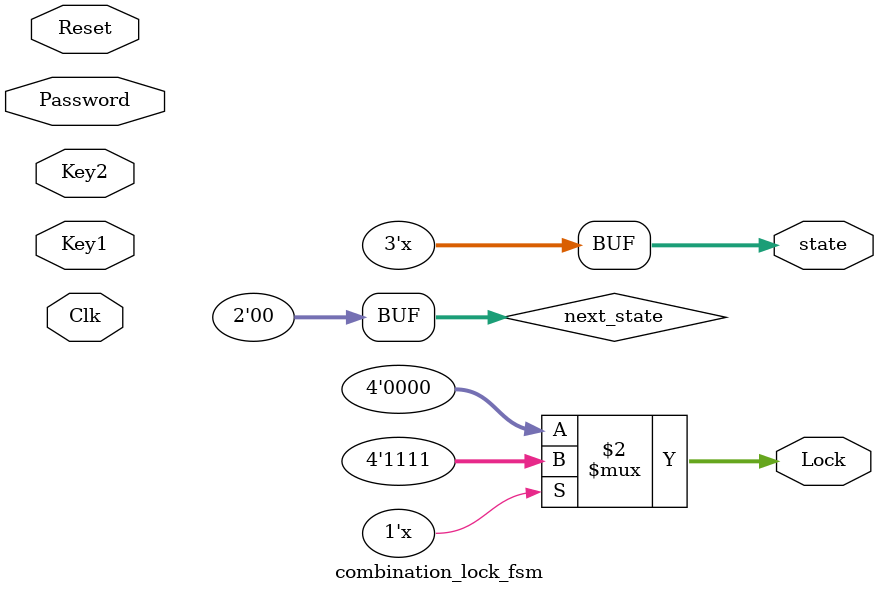
<source format=v>
`timescale 1ns / 1ps


module combination_lock_fsm (
    output reg [2:0] state, //inputs and outputs being set as paramaters for the lock
    output wire [3:0] Lock,
    input wire Key1,
    input wire Key2,
    input wire [3:0] Password,
    input wire Reset,
    input wire Clk
    );

    parameter S0=3'b000, S1=3'b001, S2=3'b010, S3=3'b011; //bits for the states

reg [1:0] next_state; //next state being set

assign Lock = (state == S3) ? 4'b1111 : 4'b0000; //lock is set to state 4 and will light up all leds


    
always @(*) //will always start at any change
    begin
    state <= state; //state gets assigned basedon on next state on the second always block
    case (state) //
    S0: begin
        if (Key1 == 1'b1 && Password == 4'b1101) //if key1 and the buttons were pressed in order 1101 then it will go to state 1 
            next_state <= S1;
        else //else it will go the first state since it failed the first combination
            next_state <= S0;
    end

    S1: begin
    if (Key2 == 1'b1 && Password == 4'b0111) // for state 1 if key 2 and the buttons were pressed in order 0111 then it will go to state 2
        next_state <= S2;
    else //else if it is incorrect it will go to state 0 or if nothing is pressed then it will stay at state 1
    if (Key2 == 1'b1 && Password != 4'b0111)
        next_state <= S0;
    else
        next_state <= S1;
    end

    S2: begin //state 2
    if (Key1 == 1'b1 && Password == 4'b1001) //for state 2 if key 1 and password buttons were pressed in 1001 order, will go to state 3
        next_state <= S3;
    else
    if (Key1 == 1'b1 && Password != 4'b1001) //else it will go to state 0 if an incorrect password is pressed.
        next_state <= S0;
    else
        next_state <= S2;
    end
    
    
    S3: begin//if reset then it will go to state 0 else it will stay unlocked
    if (Reset)
        next_state <= S0;
    else
        next_state <= S3;
    end


    default: next_state <= S0; //default state
    
    endcase
    
    end
    
always @(posedge Clk) //when it hits the positive clock edge state will get assigned next state unless reset is pressed.
    begin
    if (Reset)
        state <= S0;
    else
        state <= next_state;
end
    

endmodule
</source>
